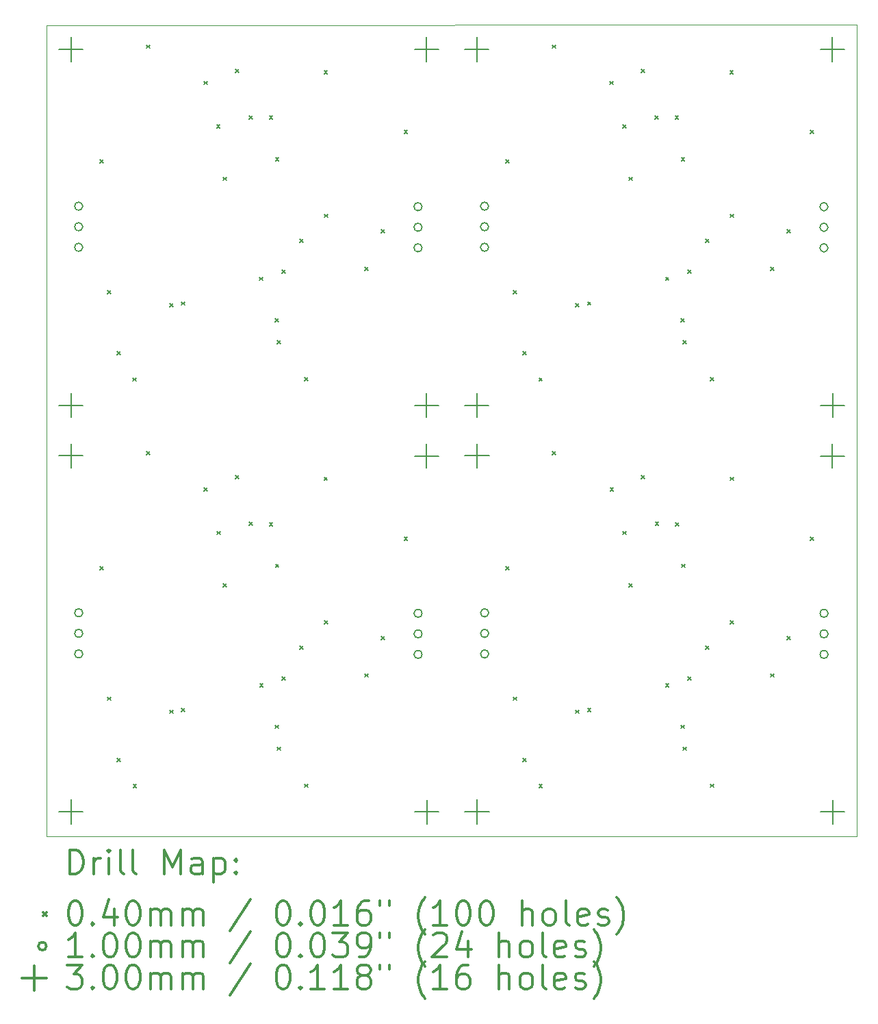
<source format=gbr>
%FSLAX45Y45*%
G04 Gerber Fmt 4.5, Leading zero omitted, Abs format (unit mm)*
G04 Created by KiCad (PCBNEW (5.1.5)-3) date 2019-12-09 10:08:38*
%MOMM*%
%LPD*%
G04 APERTURE LIST*
%TA.AperFunction,Profile*%
%ADD10C,0.100000*%
%TD*%
%ADD11C,0.200000*%
%ADD12C,0.300000*%
G04 APERTURE END LIST*
D10*
X18905000Y-4659000D02*
X18905000Y-14685000D01*
X8885000Y-4660000D02*
X18905000Y-4659000D01*
X8885000Y-14685000D02*
X8885000Y-4660000D01*
X18905000Y-14685000D02*
X8885000Y-14685000D01*
D11*
X9542250Y-6326250D02*
X9582250Y-6366250D01*
X9582250Y-6326250D02*
X9542250Y-6366250D01*
X9543250Y-11352250D02*
X9583250Y-11392250D01*
X9583250Y-11352250D02*
X9543250Y-11392250D01*
X9637000Y-7941000D02*
X9677000Y-7981000D01*
X9677000Y-7941000D02*
X9637000Y-7981000D01*
X9638000Y-12967000D02*
X9678000Y-13007000D01*
X9678000Y-12967000D02*
X9638000Y-13007000D01*
X9756000Y-8698000D02*
X9796000Y-8738000D01*
X9796000Y-8698000D02*
X9756000Y-8738000D01*
X9757000Y-13724000D02*
X9797000Y-13764000D01*
X9797000Y-13724000D02*
X9757000Y-13764000D01*
X9953000Y-9021000D02*
X9993000Y-9061000D01*
X9993000Y-9021000D02*
X9953000Y-9061000D01*
X9954000Y-14047000D02*
X9994000Y-14087000D01*
X9994000Y-14047000D02*
X9954000Y-14087000D01*
X10117000Y-4907000D02*
X10157000Y-4947000D01*
X10157000Y-4907000D02*
X10117000Y-4947000D01*
X10118000Y-9933000D02*
X10158000Y-9973000D01*
X10158000Y-9933000D02*
X10118000Y-9973000D01*
X10405000Y-8101000D02*
X10445000Y-8141000D01*
X10445000Y-8101000D02*
X10405000Y-8141000D01*
X10406000Y-13127000D02*
X10446000Y-13167000D01*
X10446000Y-13127000D02*
X10406000Y-13167000D01*
X10553000Y-8081000D02*
X10593000Y-8121000D01*
X10593000Y-8081000D02*
X10553000Y-8121000D01*
X10554000Y-13107000D02*
X10594000Y-13147000D01*
X10594000Y-13107000D02*
X10554000Y-13147000D01*
X10832250Y-5354750D02*
X10872250Y-5394750D01*
X10872250Y-5354750D02*
X10832250Y-5394750D01*
X10833250Y-10380750D02*
X10873250Y-10420750D01*
X10873250Y-10380750D02*
X10833250Y-10420750D01*
X10987500Y-5891500D02*
X11027500Y-5931500D01*
X11027500Y-5891500D02*
X10987500Y-5931500D01*
X10988500Y-10917500D02*
X11028500Y-10957500D01*
X11028500Y-10917500D02*
X10988500Y-10957500D01*
X11068000Y-6541000D02*
X11108000Y-6581000D01*
X11108000Y-6541000D02*
X11068000Y-6581000D01*
X11069000Y-11567000D02*
X11109000Y-11607000D01*
X11109000Y-11567000D02*
X11069000Y-11607000D01*
X11219000Y-5204000D02*
X11259000Y-5244000D01*
X11259000Y-5204000D02*
X11219000Y-5244000D01*
X11220000Y-10230000D02*
X11260000Y-10270000D01*
X11260000Y-10230000D02*
X11220000Y-10270000D01*
X11391000Y-5780000D02*
X11431000Y-5820000D01*
X11431000Y-5780000D02*
X11391000Y-5820000D01*
X11392000Y-10806000D02*
X11432000Y-10846000D01*
X11432000Y-10806000D02*
X11392000Y-10846000D01*
X11519000Y-7776000D02*
X11559000Y-7816000D01*
X11559000Y-7776000D02*
X11519000Y-7816000D01*
X11520000Y-12802000D02*
X11560000Y-12842000D01*
X11560000Y-12802000D02*
X11520000Y-12842000D01*
X11639000Y-5783000D02*
X11679000Y-5823000D01*
X11679000Y-5783000D02*
X11639000Y-5823000D01*
X11640000Y-10809000D02*
X11680000Y-10849000D01*
X11680000Y-10809000D02*
X11640000Y-10849000D01*
X11710000Y-8289000D02*
X11750000Y-8329000D01*
X11750000Y-8289000D02*
X11710000Y-8329000D01*
X11711000Y-13315000D02*
X11751000Y-13355000D01*
X11751000Y-13315000D02*
X11711000Y-13355000D01*
X11715000Y-6298000D02*
X11755000Y-6338000D01*
X11755000Y-6298000D02*
X11715000Y-6338000D01*
X11716000Y-11324000D02*
X11756000Y-11364000D01*
X11756000Y-11324000D02*
X11716000Y-11364000D01*
X11737000Y-8559000D02*
X11777000Y-8599000D01*
X11777000Y-8559000D02*
X11737000Y-8599000D01*
X11738000Y-13585000D02*
X11778000Y-13625000D01*
X11778000Y-13585000D02*
X11738000Y-13625000D01*
X11796000Y-7690000D02*
X11836000Y-7730000D01*
X11836000Y-7690000D02*
X11796000Y-7730000D01*
X11797000Y-12716000D02*
X11837000Y-12756000D01*
X11837000Y-12716000D02*
X11797000Y-12756000D01*
X12016000Y-7307000D02*
X12056000Y-7347000D01*
X12056000Y-7307000D02*
X12016000Y-7347000D01*
X12017000Y-12333000D02*
X12057000Y-12373000D01*
X12057000Y-12333000D02*
X12017000Y-12373000D01*
X12073000Y-9015000D02*
X12113000Y-9055000D01*
X12113000Y-9015000D02*
X12073000Y-9055000D01*
X12074000Y-14041000D02*
X12114000Y-14081000D01*
X12114000Y-14041000D02*
X12074000Y-14081000D01*
X12316000Y-5224000D02*
X12356000Y-5264000D01*
X12356000Y-5224000D02*
X12316000Y-5264000D01*
X12317000Y-10250000D02*
X12357000Y-10290000D01*
X12357000Y-10250000D02*
X12317000Y-10290000D01*
X12319000Y-6998000D02*
X12359000Y-7038000D01*
X12359000Y-6998000D02*
X12319000Y-7038000D01*
X12320000Y-12024000D02*
X12360000Y-12064000D01*
X12360000Y-12024000D02*
X12320000Y-12064000D01*
X12818000Y-7654000D02*
X12858000Y-7694000D01*
X12858000Y-7654000D02*
X12818000Y-7694000D01*
X12819000Y-12680000D02*
X12859000Y-12720000D01*
X12859000Y-12680000D02*
X12819000Y-12720000D01*
X13021000Y-7191000D02*
X13061000Y-7231000D01*
X13061000Y-7191000D02*
X13021000Y-7231000D01*
X13022000Y-12217000D02*
X13062000Y-12257000D01*
X13062000Y-12217000D02*
X13022000Y-12257000D01*
X13307000Y-5962000D02*
X13347000Y-6002000D01*
X13347000Y-5962000D02*
X13307000Y-6002000D01*
X13308000Y-10988000D02*
X13348000Y-11028000D01*
X13348000Y-10988000D02*
X13308000Y-11028000D01*
X14564250Y-6326250D02*
X14604250Y-6366250D01*
X14604250Y-6326250D02*
X14564250Y-6366250D01*
X14565250Y-11352250D02*
X14605250Y-11392250D01*
X14605250Y-11352250D02*
X14565250Y-11392250D01*
X14659000Y-7941000D02*
X14699000Y-7981000D01*
X14699000Y-7941000D02*
X14659000Y-7981000D01*
X14660000Y-12967000D02*
X14700000Y-13007000D01*
X14700000Y-12967000D02*
X14660000Y-13007000D01*
X14778000Y-8698000D02*
X14818000Y-8738000D01*
X14818000Y-8698000D02*
X14778000Y-8738000D01*
X14779000Y-13724000D02*
X14819000Y-13764000D01*
X14819000Y-13724000D02*
X14779000Y-13764000D01*
X14975000Y-9021000D02*
X15015000Y-9061000D01*
X15015000Y-9021000D02*
X14975000Y-9061000D01*
X14976000Y-14047000D02*
X15016000Y-14087000D01*
X15016000Y-14047000D02*
X14976000Y-14087000D01*
X15139000Y-4907000D02*
X15179000Y-4947000D01*
X15179000Y-4907000D02*
X15139000Y-4947000D01*
X15140000Y-9933000D02*
X15180000Y-9973000D01*
X15180000Y-9933000D02*
X15140000Y-9973000D01*
X15427000Y-8101000D02*
X15467000Y-8141000D01*
X15467000Y-8101000D02*
X15427000Y-8141000D01*
X15428000Y-13127000D02*
X15468000Y-13167000D01*
X15468000Y-13127000D02*
X15428000Y-13167000D01*
X15575000Y-8081000D02*
X15615000Y-8121000D01*
X15615000Y-8081000D02*
X15575000Y-8121000D01*
X15576000Y-13107000D02*
X15616000Y-13147000D01*
X15616000Y-13107000D02*
X15576000Y-13147000D01*
X15854250Y-5354750D02*
X15894250Y-5394750D01*
X15894250Y-5354750D02*
X15854250Y-5394750D01*
X15855250Y-10380750D02*
X15895250Y-10420750D01*
X15895250Y-10380750D02*
X15855250Y-10420750D01*
X16009500Y-5891500D02*
X16049500Y-5931500D01*
X16049500Y-5891500D02*
X16009500Y-5931500D01*
X16010500Y-10917500D02*
X16050500Y-10957500D01*
X16050500Y-10917500D02*
X16010500Y-10957500D01*
X16090000Y-6541000D02*
X16130000Y-6581000D01*
X16130000Y-6541000D02*
X16090000Y-6581000D01*
X16091000Y-11567000D02*
X16131000Y-11607000D01*
X16131000Y-11567000D02*
X16091000Y-11607000D01*
X16241000Y-5204000D02*
X16281000Y-5244000D01*
X16281000Y-5204000D02*
X16241000Y-5244000D01*
X16242000Y-10230000D02*
X16282000Y-10270000D01*
X16282000Y-10230000D02*
X16242000Y-10270000D01*
X16413000Y-5780000D02*
X16453000Y-5820000D01*
X16453000Y-5780000D02*
X16413000Y-5820000D01*
X16414000Y-10806000D02*
X16454000Y-10846000D01*
X16454000Y-10806000D02*
X16414000Y-10846000D01*
X16541000Y-7776000D02*
X16581000Y-7816000D01*
X16581000Y-7776000D02*
X16541000Y-7816000D01*
X16542000Y-12802000D02*
X16582000Y-12842000D01*
X16582000Y-12802000D02*
X16542000Y-12842000D01*
X16661000Y-5783000D02*
X16701000Y-5823000D01*
X16701000Y-5783000D02*
X16661000Y-5823000D01*
X16662000Y-10809000D02*
X16702000Y-10849000D01*
X16702000Y-10809000D02*
X16662000Y-10849000D01*
X16732000Y-8289000D02*
X16772000Y-8329000D01*
X16772000Y-8289000D02*
X16732000Y-8329000D01*
X16733000Y-13315000D02*
X16773000Y-13355000D01*
X16773000Y-13315000D02*
X16733000Y-13355000D01*
X16737000Y-6298000D02*
X16777000Y-6338000D01*
X16777000Y-6298000D02*
X16737000Y-6338000D01*
X16738000Y-11324000D02*
X16778000Y-11364000D01*
X16778000Y-11324000D02*
X16738000Y-11364000D01*
X16759000Y-8559000D02*
X16799000Y-8599000D01*
X16799000Y-8559000D02*
X16759000Y-8599000D01*
X16760000Y-13585000D02*
X16800000Y-13625000D01*
X16800000Y-13585000D02*
X16760000Y-13625000D01*
X16818000Y-7690000D02*
X16858000Y-7730000D01*
X16858000Y-7690000D02*
X16818000Y-7730000D01*
X16819000Y-12716000D02*
X16859000Y-12756000D01*
X16859000Y-12716000D02*
X16819000Y-12756000D01*
X17038000Y-7307000D02*
X17078000Y-7347000D01*
X17078000Y-7307000D02*
X17038000Y-7347000D01*
X17039000Y-12333000D02*
X17079000Y-12373000D01*
X17079000Y-12333000D02*
X17039000Y-12373000D01*
X17095000Y-9015000D02*
X17135000Y-9055000D01*
X17135000Y-9015000D02*
X17095000Y-9055000D01*
X17096000Y-14041000D02*
X17136000Y-14081000D01*
X17136000Y-14041000D02*
X17096000Y-14081000D01*
X17338000Y-5224000D02*
X17378000Y-5264000D01*
X17378000Y-5224000D02*
X17338000Y-5264000D01*
X17339000Y-10250000D02*
X17379000Y-10290000D01*
X17379000Y-10250000D02*
X17339000Y-10290000D01*
X17341000Y-6998000D02*
X17381000Y-7038000D01*
X17381000Y-6998000D02*
X17341000Y-7038000D01*
X17342000Y-12024000D02*
X17382000Y-12064000D01*
X17382000Y-12024000D02*
X17342000Y-12064000D01*
X17840000Y-7654000D02*
X17880000Y-7694000D01*
X17880000Y-7654000D02*
X17840000Y-7694000D01*
X17841000Y-12680000D02*
X17881000Y-12720000D01*
X17881000Y-12680000D02*
X17841000Y-12720000D01*
X18043000Y-7191000D02*
X18083000Y-7231000D01*
X18083000Y-7191000D02*
X18043000Y-7231000D01*
X18044000Y-12217000D02*
X18084000Y-12257000D01*
X18084000Y-12217000D02*
X18044000Y-12257000D01*
X18329000Y-5962000D02*
X18369000Y-6002000D01*
X18369000Y-5962000D02*
X18329000Y-6002000D01*
X18330000Y-10988000D02*
X18370000Y-11028000D01*
X18370000Y-10988000D02*
X18330000Y-11028000D01*
X18550000Y-6906000D02*
G75*
G03X18550000Y-6906000I-50000J0D01*
G01*
X18550000Y-7160000D02*
G75*
G03X18550000Y-7160000I-50000J0D01*
G01*
X18550000Y-7414000D02*
G75*
G03X18550000Y-7414000I-50000J0D01*
G01*
X9329000Y-6900000D02*
G75*
G03X9329000Y-6900000I-50000J0D01*
G01*
X9329000Y-7154000D02*
G75*
G03X9329000Y-7154000I-50000J0D01*
G01*
X9329000Y-7408000D02*
G75*
G03X9329000Y-7408000I-50000J0D01*
G01*
X18551000Y-11932000D02*
G75*
G03X18551000Y-11932000I-50000J0D01*
G01*
X18551000Y-12186000D02*
G75*
G03X18551000Y-12186000I-50000J0D01*
G01*
X18551000Y-12440000D02*
G75*
G03X18551000Y-12440000I-50000J0D01*
G01*
X9330000Y-11926000D02*
G75*
G03X9330000Y-11926000I-50000J0D01*
G01*
X9330000Y-12180000D02*
G75*
G03X9330000Y-12180000I-50000J0D01*
G01*
X9330000Y-12434000D02*
G75*
G03X9330000Y-12434000I-50000J0D01*
G01*
X13529000Y-11932000D02*
G75*
G03X13529000Y-11932000I-50000J0D01*
G01*
X13529000Y-12186000D02*
G75*
G03X13529000Y-12186000I-50000J0D01*
G01*
X13529000Y-12440000D02*
G75*
G03X13529000Y-12440000I-50000J0D01*
G01*
X13528000Y-6906000D02*
G75*
G03X13528000Y-6906000I-50000J0D01*
G01*
X13528000Y-7160000D02*
G75*
G03X13528000Y-7160000I-50000J0D01*
G01*
X13528000Y-7414000D02*
G75*
G03X13528000Y-7414000I-50000J0D01*
G01*
X14352000Y-11926000D02*
G75*
G03X14352000Y-11926000I-50000J0D01*
G01*
X14352000Y-12180000D02*
G75*
G03X14352000Y-12180000I-50000J0D01*
G01*
X14352000Y-12434000D02*
G75*
G03X14352000Y-12434000I-50000J0D01*
G01*
X14351000Y-6900000D02*
G75*
G03X14351000Y-6900000I-50000J0D01*
G01*
X14351000Y-7154000D02*
G75*
G03X14351000Y-7154000I-50000J0D01*
G01*
X14351000Y-7408000D02*
G75*
G03X14351000Y-7408000I-50000J0D01*
G01*
X9183000Y-4809000D02*
X9183000Y-5109000D01*
X9033000Y-4959000D02*
X9333000Y-4959000D01*
X9183000Y-9209000D02*
X9183000Y-9509000D01*
X9033000Y-9359000D02*
X9333000Y-9359000D01*
X9184000Y-9835000D02*
X9184000Y-10135000D01*
X9034000Y-9985000D02*
X9334000Y-9985000D01*
X9184000Y-14235000D02*
X9184000Y-14535000D01*
X9034000Y-14385000D02*
X9334000Y-14385000D01*
X13583000Y-4810000D02*
X13583000Y-5110000D01*
X13433000Y-4960000D02*
X13733000Y-4960000D01*
X13584000Y-9836000D02*
X13584000Y-10136000D01*
X13434000Y-9986000D02*
X13734000Y-9986000D01*
X13585000Y-9210000D02*
X13585000Y-9510000D01*
X13435000Y-9360000D02*
X13735000Y-9360000D01*
X13586000Y-14236000D02*
X13586000Y-14536000D01*
X13436000Y-14386000D02*
X13736000Y-14386000D01*
X14205000Y-4809000D02*
X14205000Y-5109000D01*
X14055000Y-4959000D02*
X14355000Y-4959000D01*
X14205000Y-9209000D02*
X14205000Y-9509000D01*
X14055000Y-9359000D02*
X14355000Y-9359000D01*
X14206000Y-9835000D02*
X14206000Y-10135000D01*
X14056000Y-9985000D02*
X14356000Y-9985000D01*
X14206000Y-14235000D02*
X14206000Y-14535000D01*
X14056000Y-14385000D02*
X14356000Y-14385000D01*
X18605000Y-4810000D02*
X18605000Y-5110000D01*
X18455000Y-4960000D02*
X18755000Y-4960000D01*
X18606000Y-9836000D02*
X18606000Y-10136000D01*
X18456000Y-9986000D02*
X18756000Y-9986000D01*
X18607000Y-9210000D02*
X18607000Y-9510000D01*
X18457000Y-9360000D02*
X18757000Y-9360000D01*
X18608000Y-14236000D02*
X18608000Y-14536000D01*
X18458000Y-14386000D02*
X18758000Y-14386000D01*
D12*
X9166428Y-15155714D02*
X9166428Y-14855714D01*
X9237857Y-14855714D01*
X9280714Y-14870000D01*
X9309286Y-14898571D01*
X9323571Y-14927143D01*
X9337857Y-14984286D01*
X9337857Y-15027143D01*
X9323571Y-15084286D01*
X9309286Y-15112857D01*
X9280714Y-15141429D01*
X9237857Y-15155714D01*
X9166428Y-15155714D01*
X9466428Y-15155714D02*
X9466428Y-14955714D01*
X9466428Y-15012857D02*
X9480714Y-14984286D01*
X9495000Y-14970000D01*
X9523571Y-14955714D01*
X9552143Y-14955714D01*
X9652143Y-15155714D02*
X9652143Y-14955714D01*
X9652143Y-14855714D02*
X9637857Y-14870000D01*
X9652143Y-14884286D01*
X9666428Y-14870000D01*
X9652143Y-14855714D01*
X9652143Y-14884286D01*
X9837857Y-15155714D02*
X9809286Y-15141429D01*
X9795000Y-15112857D01*
X9795000Y-14855714D01*
X9995000Y-15155714D02*
X9966428Y-15141429D01*
X9952143Y-15112857D01*
X9952143Y-14855714D01*
X10337857Y-15155714D02*
X10337857Y-14855714D01*
X10437857Y-15070000D01*
X10537857Y-14855714D01*
X10537857Y-15155714D01*
X10809286Y-15155714D02*
X10809286Y-14998571D01*
X10795000Y-14970000D01*
X10766428Y-14955714D01*
X10709286Y-14955714D01*
X10680714Y-14970000D01*
X10809286Y-15141429D02*
X10780714Y-15155714D01*
X10709286Y-15155714D01*
X10680714Y-15141429D01*
X10666428Y-15112857D01*
X10666428Y-15084286D01*
X10680714Y-15055714D01*
X10709286Y-15041429D01*
X10780714Y-15041429D01*
X10809286Y-15027143D01*
X10952143Y-14955714D02*
X10952143Y-15255714D01*
X10952143Y-14970000D02*
X10980714Y-14955714D01*
X11037857Y-14955714D01*
X11066428Y-14970000D01*
X11080714Y-14984286D01*
X11095000Y-15012857D01*
X11095000Y-15098571D01*
X11080714Y-15127143D01*
X11066428Y-15141429D01*
X11037857Y-15155714D01*
X10980714Y-15155714D01*
X10952143Y-15141429D01*
X11223571Y-15127143D02*
X11237857Y-15141429D01*
X11223571Y-15155714D01*
X11209286Y-15141429D01*
X11223571Y-15127143D01*
X11223571Y-15155714D01*
X11223571Y-14970000D02*
X11237857Y-14984286D01*
X11223571Y-14998571D01*
X11209286Y-14984286D01*
X11223571Y-14970000D01*
X11223571Y-14998571D01*
X8840000Y-15630000D02*
X8880000Y-15670000D01*
X8880000Y-15630000D02*
X8840000Y-15670000D01*
X9223571Y-15485714D02*
X9252143Y-15485714D01*
X9280714Y-15500000D01*
X9295000Y-15514286D01*
X9309286Y-15542857D01*
X9323571Y-15600000D01*
X9323571Y-15671429D01*
X9309286Y-15728571D01*
X9295000Y-15757143D01*
X9280714Y-15771429D01*
X9252143Y-15785714D01*
X9223571Y-15785714D01*
X9195000Y-15771429D01*
X9180714Y-15757143D01*
X9166428Y-15728571D01*
X9152143Y-15671429D01*
X9152143Y-15600000D01*
X9166428Y-15542857D01*
X9180714Y-15514286D01*
X9195000Y-15500000D01*
X9223571Y-15485714D01*
X9452143Y-15757143D02*
X9466428Y-15771429D01*
X9452143Y-15785714D01*
X9437857Y-15771429D01*
X9452143Y-15757143D01*
X9452143Y-15785714D01*
X9723571Y-15585714D02*
X9723571Y-15785714D01*
X9652143Y-15471429D02*
X9580714Y-15685714D01*
X9766428Y-15685714D01*
X9937857Y-15485714D02*
X9966428Y-15485714D01*
X9995000Y-15500000D01*
X10009286Y-15514286D01*
X10023571Y-15542857D01*
X10037857Y-15600000D01*
X10037857Y-15671429D01*
X10023571Y-15728571D01*
X10009286Y-15757143D01*
X9995000Y-15771429D01*
X9966428Y-15785714D01*
X9937857Y-15785714D01*
X9909286Y-15771429D01*
X9895000Y-15757143D01*
X9880714Y-15728571D01*
X9866428Y-15671429D01*
X9866428Y-15600000D01*
X9880714Y-15542857D01*
X9895000Y-15514286D01*
X9909286Y-15500000D01*
X9937857Y-15485714D01*
X10166428Y-15785714D02*
X10166428Y-15585714D01*
X10166428Y-15614286D02*
X10180714Y-15600000D01*
X10209286Y-15585714D01*
X10252143Y-15585714D01*
X10280714Y-15600000D01*
X10295000Y-15628571D01*
X10295000Y-15785714D01*
X10295000Y-15628571D02*
X10309286Y-15600000D01*
X10337857Y-15585714D01*
X10380714Y-15585714D01*
X10409286Y-15600000D01*
X10423571Y-15628571D01*
X10423571Y-15785714D01*
X10566428Y-15785714D02*
X10566428Y-15585714D01*
X10566428Y-15614286D02*
X10580714Y-15600000D01*
X10609286Y-15585714D01*
X10652143Y-15585714D01*
X10680714Y-15600000D01*
X10695000Y-15628571D01*
X10695000Y-15785714D01*
X10695000Y-15628571D02*
X10709286Y-15600000D01*
X10737857Y-15585714D01*
X10780714Y-15585714D01*
X10809286Y-15600000D01*
X10823571Y-15628571D01*
X10823571Y-15785714D01*
X11409286Y-15471429D02*
X11152143Y-15857143D01*
X11795000Y-15485714D02*
X11823571Y-15485714D01*
X11852143Y-15500000D01*
X11866428Y-15514286D01*
X11880714Y-15542857D01*
X11895000Y-15600000D01*
X11895000Y-15671429D01*
X11880714Y-15728571D01*
X11866428Y-15757143D01*
X11852143Y-15771429D01*
X11823571Y-15785714D01*
X11795000Y-15785714D01*
X11766428Y-15771429D01*
X11752143Y-15757143D01*
X11737857Y-15728571D01*
X11723571Y-15671429D01*
X11723571Y-15600000D01*
X11737857Y-15542857D01*
X11752143Y-15514286D01*
X11766428Y-15500000D01*
X11795000Y-15485714D01*
X12023571Y-15757143D02*
X12037857Y-15771429D01*
X12023571Y-15785714D01*
X12009286Y-15771429D01*
X12023571Y-15757143D01*
X12023571Y-15785714D01*
X12223571Y-15485714D02*
X12252143Y-15485714D01*
X12280714Y-15500000D01*
X12295000Y-15514286D01*
X12309286Y-15542857D01*
X12323571Y-15600000D01*
X12323571Y-15671429D01*
X12309286Y-15728571D01*
X12295000Y-15757143D01*
X12280714Y-15771429D01*
X12252143Y-15785714D01*
X12223571Y-15785714D01*
X12195000Y-15771429D01*
X12180714Y-15757143D01*
X12166428Y-15728571D01*
X12152143Y-15671429D01*
X12152143Y-15600000D01*
X12166428Y-15542857D01*
X12180714Y-15514286D01*
X12195000Y-15500000D01*
X12223571Y-15485714D01*
X12609286Y-15785714D02*
X12437857Y-15785714D01*
X12523571Y-15785714D02*
X12523571Y-15485714D01*
X12495000Y-15528571D01*
X12466428Y-15557143D01*
X12437857Y-15571429D01*
X12866428Y-15485714D02*
X12809286Y-15485714D01*
X12780714Y-15500000D01*
X12766428Y-15514286D01*
X12737857Y-15557143D01*
X12723571Y-15614286D01*
X12723571Y-15728571D01*
X12737857Y-15757143D01*
X12752143Y-15771429D01*
X12780714Y-15785714D01*
X12837857Y-15785714D01*
X12866428Y-15771429D01*
X12880714Y-15757143D01*
X12895000Y-15728571D01*
X12895000Y-15657143D01*
X12880714Y-15628571D01*
X12866428Y-15614286D01*
X12837857Y-15600000D01*
X12780714Y-15600000D01*
X12752143Y-15614286D01*
X12737857Y-15628571D01*
X12723571Y-15657143D01*
X13009286Y-15485714D02*
X13009286Y-15542857D01*
X13123571Y-15485714D02*
X13123571Y-15542857D01*
X13566428Y-15900000D02*
X13552143Y-15885714D01*
X13523571Y-15842857D01*
X13509286Y-15814286D01*
X13495000Y-15771429D01*
X13480714Y-15700000D01*
X13480714Y-15642857D01*
X13495000Y-15571429D01*
X13509286Y-15528571D01*
X13523571Y-15500000D01*
X13552143Y-15457143D01*
X13566428Y-15442857D01*
X13837857Y-15785714D02*
X13666428Y-15785714D01*
X13752143Y-15785714D02*
X13752143Y-15485714D01*
X13723571Y-15528571D01*
X13695000Y-15557143D01*
X13666428Y-15571429D01*
X14023571Y-15485714D02*
X14052143Y-15485714D01*
X14080714Y-15500000D01*
X14095000Y-15514286D01*
X14109286Y-15542857D01*
X14123571Y-15600000D01*
X14123571Y-15671429D01*
X14109286Y-15728571D01*
X14095000Y-15757143D01*
X14080714Y-15771429D01*
X14052143Y-15785714D01*
X14023571Y-15785714D01*
X13995000Y-15771429D01*
X13980714Y-15757143D01*
X13966428Y-15728571D01*
X13952143Y-15671429D01*
X13952143Y-15600000D01*
X13966428Y-15542857D01*
X13980714Y-15514286D01*
X13995000Y-15500000D01*
X14023571Y-15485714D01*
X14309286Y-15485714D02*
X14337857Y-15485714D01*
X14366428Y-15500000D01*
X14380714Y-15514286D01*
X14395000Y-15542857D01*
X14409286Y-15600000D01*
X14409286Y-15671429D01*
X14395000Y-15728571D01*
X14380714Y-15757143D01*
X14366428Y-15771429D01*
X14337857Y-15785714D01*
X14309286Y-15785714D01*
X14280714Y-15771429D01*
X14266428Y-15757143D01*
X14252143Y-15728571D01*
X14237857Y-15671429D01*
X14237857Y-15600000D01*
X14252143Y-15542857D01*
X14266428Y-15514286D01*
X14280714Y-15500000D01*
X14309286Y-15485714D01*
X14766428Y-15785714D02*
X14766428Y-15485714D01*
X14895000Y-15785714D02*
X14895000Y-15628571D01*
X14880714Y-15600000D01*
X14852143Y-15585714D01*
X14809286Y-15585714D01*
X14780714Y-15600000D01*
X14766428Y-15614286D01*
X15080714Y-15785714D02*
X15052143Y-15771429D01*
X15037857Y-15757143D01*
X15023571Y-15728571D01*
X15023571Y-15642857D01*
X15037857Y-15614286D01*
X15052143Y-15600000D01*
X15080714Y-15585714D01*
X15123571Y-15585714D01*
X15152143Y-15600000D01*
X15166428Y-15614286D01*
X15180714Y-15642857D01*
X15180714Y-15728571D01*
X15166428Y-15757143D01*
X15152143Y-15771429D01*
X15123571Y-15785714D01*
X15080714Y-15785714D01*
X15352143Y-15785714D02*
X15323571Y-15771429D01*
X15309286Y-15742857D01*
X15309286Y-15485714D01*
X15580714Y-15771429D02*
X15552143Y-15785714D01*
X15495000Y-15785714D01*
X15466428Y-15771429D01*
X15452143Y-15742857D01*
X15452143Y-15628571D01*
X15466428Y-15600000D01*
X15495000Y-15585714D01*
X15552143Y-15585714D01*
X15580714Y-15600000D01*
X15595000Y-15628571D01*
X15595000Y-15657143D01*
X15452143Y-15685714D01*
X15709286Y-15771429D02*
X15737857Y-15785714D01*
X15795000Y-15785714D01*
X15823571Y-15771429D01*
X15837857Y-15742857D01*
X15837857Y-15728571D01*
X15823571Y-15700000D01*
X15795000Y-15685714D01*
X15752143Y-15685714D01*
X15723571Y-15671429D01*
X15709286Y-15642857D01*
X15709286Y-15628571D01*
X15723571Y-15600000D01*
X15752143Y-15585714D01*
X15795000Y-15585714D01*
X15823571Y-15600000D01*
X15937857Y-15900000D02*
X15952143Y-15885714D01*
X15980714Y-15842857D01*
X15995000Y-15814286D01*
X16009286Y-15771429D01*
X16023571Y-15700000D01*
X16023571Y-15642857D01*
X16009286Y-15571429D01*
X15995000Y-15528571D01*
X15980714Y-15500000D01*
X15952143Y-15457143D01*
X15937857Y-15442857D01*
X8880000Y-16046000D02*
G75*
G03X8880000Y-16046000I-50000J0D01*
G01*
X9323571Y-16181714D02*
X9152143Y-16181714D01*
X9237857Y-16181714D02*
X9237857Y-15881714D01*
X9209286Y-15924571D01*
X9180714Y-15953143D01*
X9152143Y-15967429D01*
X9452143Y-16153143D02*
X9466428Y-16167429D01*
X9452143Y-16181714D01*
X9437857Y-16167429D01*
X9452143Y-16153143D01*
X9452143Y-16181714D01*
X9652143Y-15881714D02*
X9680714Y-15881714D01*
X9709286Y-15896000D01*
X9723571Y-15910286D01*
X9737857Y-15938857D01*
X9752143Y-15996000D01*
X9752143Y-16067429D01*
X9737857Y-16124571D01*
X9723571Y-16153143D01*
X9709286Y-16167429D01*
X9680714Y-16181714D01*
X9652143Y-16181714D01*
X9623571Y-16167429D01*
X9609286Y-16153143D01*
X9595000Y-16124571D01*
X9580714Y-16067429D01*
X9580714Y-15996000D01*
X9595000Y-15938857D01*
X9609286Y-15910286D01*
X9623571Y-15896000D01*
X9652143Y-15881714D01*
X9937857Y-15881714D02*
X9966428Y-15881714D01*
X9995000Y-15896000D01*
X10009286Y-15910286D01*
X10023571Y-15938857D01*
X10037857Y-15996000D01*
X10037857Y-16067429D01*
X10023571Y-16124571D01*
X10009286Y-16153143D01*
X9995000Y-16167429D01*
X9966428Y-16181714D01*
X9937857Y-16181714D01*
X9909286Y-16167429D01*
X9895000Y-16153143D01*
X9880714Y-16124571D01*
X9866428Y-16067429D01*
X9866428Y-15996000D01*
X9880714Y-15938857D01*
X9895000Y-15910286D01*
X9909286Y-15896000D01*
X9937857Y-15881714D01*
X10166428Y-16181714D02*
X10166428Y-15981714D01*
X10166428Y-16010286D02*
X10180714Y-15996000D01*
X10209286Y-15981714D01*
X10252143Y-15981714D01*
X10280714Y-15996000D01*
X10295000Y-16024571D01*
X10295000Y-16181714D01*
X10295000Y-16024571D02*
X10309286Y-15996000D01*
X10337857Y-15981714D01*
X10380714Y-15981714D01*
X10409286Y-15996000D01*
X10423571Y-16024571D01*
X10423571Y-16181714D01*
X10566428Y-16181714D02*
X10566428Y-15981714D01*
X10566428Y-16010286D02*
X10580714Y-15996000D01*
X10609286Y-15981714D01*
X10652143Y-15981714D01*
X10680714Y-15996000D01*
X10695000Y-16024571D01*
X10695000Y-16181714D01*
X10695000Y-16024571D02*
X10709286Y-15996000D01*
X10737857Y-15981714D01*
X10780714Y-15981714D01*
X10809286Y-15996000D01*
X10823571Y-16024571D01*
X10823571Y-16181714D01*
X11409286Y-15867429D02*
X11152143Y-16253143D01*
X11795000Y-15881714D02*
X11823571Y-15881714D01*
X11852143Y-15896000D01*
X11866428Y-15910286D01*
X11880714Y-15938857D01*
X11895000Y-15996000D01*
X11895000Y-16067429D01*
X11880714Y-16124571D01*
X11866428Y-16153143D01*
X11852143Y-16167429D01*
X11823571Y-16181714D01*
X11795000Y-16181714D01*
X11766428Y-16167429D01*
X11752143Y-16153143D01*
X11737857Y-16124571D01*
X11723571Y-16067429D01*
X11723571Y-15996000D01*
X11737857Y-15938857D01*
X11752143Y-15910286D01*
X11766428Y-15896000D01*
X11795000Y-15881714D01*
X12023571Y-16153143D02*
X12037857Y-16167429D01*
X12023571Y-16181714D01*
X12009286Y-16167429D01*
X12023571Y-16153143D01*
X12023571Y-16181714D01*
X12223571Y-15881714D02*
X12252143Y-15881714D01*
X12280714Y-15896000D01*
X12295000Y-15910286D01*
X12309286Y-15938857D01*
X12323571Y-15996000D01*
X12323571Y-16067429D01*
X12309286Y-16124571D01*
X12295000Y-16153143D01*
X12280714Y-16167429D01*
X12252143Y-16181714D01*
X12223571Y-16181714D01*
X12195000Y-16167429D01*
X12180714Y-16153143D01*
X12166428Y-16124571D01*
X12152143Y-16067429D01*
X12152143Y-15996000D01*
X12166428Y-15938857D01*
X12180714Y-15910286D01*
X12195000Y-15896000D01*
X12223571Y-15881714D01*
X12423571Y-15881714D02*
X12609286Y-15881714D01*
X12509286Y-15996000D01*
X12552143Y-15996000D01*
X12580714Y-16010286D01*
X12595000Y-16024571D01*
X12609286Y-16053143D01*
X12609286Y-16124571D01*
X12595000Y-16153143D01*
X12580714Y-16167429D01*
X12552143Y-16181714D01*
X12466428Y-16181714D01*
X12437857Y-16167429D01*
X12423571Y-16153143D01*
X12752143Y-16181714D02*
X12809286Y-16181714D01*
X12837857Y-16167429D01*
X12852143Y-16153143D01*
X12880714Y-16110286D01*
X12895000Y-16053143D01*
X12895000Y-15938857D01*
X12880714Y-15910286D01*
X12866428Y-15896000D01*
X12837857Y-15881714D01*
X12780714Y-15881714D01*
X12752143Y-15896000D01*
X12737857Y-15910286D01*
X12723571Y-15938857D01*
X12723571Y-16010286D01*
X12737857Y-16038857D01*
X12752143Y-16053143D01*
X12780714Y-16067429D01*
X12837857Y-16067429D01*
X12866428Y-16053143D01*
X12880714Y-16038857D01*
X12895000Y-16010286D01*
X13009286Y-15881714D02*
X13009286Y-15938857D01*
X13123571Y-15881714D02*
X13123571Y-15938857D01*
X13566428Y-16296000D02*
X13552143Y-16281714D01*
X13523571Y-16238857D01*
X13509286Y-16210286D01*
X13495000Y-16167429D01*
X13480714Y-16096000D01*
X13480714Y-16038857D01*
X13495000Y-15967429D01*
X13509286Y-15924571D01*
X13523571Y-15896000D01*
X13552143Y-15853143D01*
X13566428Y-15838857D01*
X13666428Y-15910286D02*
X13680714Y-15896000D01*
X13709286Y-15881714D01*
X13780714Y-15881714D01*
X13809286Y-15896000D01*
X13823571Y-15910286D01*
X13837857Y-15938857D01*
X13837857Y-15967429D01*
X13823571Y-16010286D01*
X13652143Y-16181714D01*
X13837857Y-16181714D01*
X14095000Y-15981714D02*
X14095000Y-16181714D01*
X14023571Y-15867429D02*
X13952143Y-16081714D01*
X14137857Y-16081714D01*
X14480714Y-16181714D02*
X14480714Y-15881714D01*
X14609286Y-16181714D02*
X14609286Y-16024571D01*
X14595000Y-15996000D01*
X14566428Y-15981714D01*
X14523571Y-15981714D01*
X14495000Y-15996000D01*
X14480714Y-16010286D01*
X14795000Y-16181714D02*
X14766428Y-16167429D01*
X14752143Y-16153143D01*
X14737857Y-16124571D01*
X14737857Y-16038857D01*
X14752143Y-16010286D01*
X14766428Y-15996000D01*
X14795000Y-15981714D01*
X14837857Y-15981714D01*
X14866428Y-15996000D01*
X14880714Y-16010286D01*
X14895000Y-16038857D01*
X14895000Y-16124571D01*
X14880714Y-16153143D01*
X14866428Y-16167429D01*
X14837857Y-16181714D01*
X14795000Y-16181714D01*
X15066428Y-16181714D02*
X15037857Y-16167429D01*
X15023571Y-16138857D01*
X15023571Y-15881714D01*
X15295000Y-16167429D02*
X15266428Y-16181714D01*
X15209286Y-16181714D01*
X15180714Y-16167429D01*
X15166428Y-16138857D01*
X15166428Y-16024571D01*
X15180714Y-15996000D01*
X15209286Y-15981714D01*
X15266428Y-15981714D01*
X15295000Y-15996000D01*
X15309286Y-16024571D01*
X15309286Y-16053143D01*
X15166428Y-16081714D01*
X15423571Y-16167429D02*
X15452143Y-16181714D01*
X15509286Y-16181714D01*
X15537857Y-16167429D01*
X15552143Y-16138857D01*
X15552143Y-16124571D01*
X15537857Y-16096000D01*
X15509286Y-16081714D01*
X15466428Y-16081714D01*
X15437857Y-16067429D01*
X15423571Y-16038857D01*
X15423571Y-16024571D01*
X15437857Y-15996000D01*
X15466428Y-15981714D01*
X15509286Y-15981714D01*
X15537857Y-15996000D01*
X15652143Y-16296000D02*
X15666428Y-16281714D01*
X15695000Y-16238857D01*
X15709286Y-16210286D01*
X15723571Y-16167429D01*
X15737857Y-16096000D01*
X15737857Y-16038857D01*
X15723571Y-15967429D01*
X15709286Y-15924571D01*
X15695000Y-15896000D01*
X15666428Y-15853143D01*
X15652143Y-15838857D01*
X8730000Y-16292000D02*
X8730000Y-16592000D01*
X8580000Y-16442000D02*
X8880000Y-16442000D01*
X9137857Y-16277714D02*
X9323571Y-16277714D01*
X9223571Y-16392000D01*
X9266428Y-16392000D01*
X9295000Y-16406286D01*
X9309286Y-16420571D01*
X9323571Y-16449143D01*
X9323571Y-16520571D01*
X9309286Y-16549143D01*
X9295000Y-16563429D01*
X9266428Y-16577714D01*
X9180714Y-16577714D01*
X9152143Y-16563429D01*
X9137857Y-16549143D01*
X9452143Y-16549143D02*
X9466428Y-16563429D01*
X9452143Y-16577714D01*
X9437857Y-16563429D01*
X9452143Y-16549143D01*
X9452143Y-16577714D01*
X9652143Y-16277714D02*
X9680714Y-16277714D01*
X9709286Y-16292000D01*
X9723571Y-16306286D01*
X9737857Y-16334857D01*
X9752143Y-16392000D01*
X9752143Y-16463429D01*
X9737857Y-16520571D01*
X9723571Y-16549143D01*
X9709286Y-16563429D01*
X9680714Y-16577714D01*
X9652143Y-16577714D01*
X9623571Y-16563429D01*
X9609286Y-16549143D01*
X9595000Y-16520571D01*
X9580714Y-16463429D01*
X9580714Y-16392000D01*
X9595000Y-16334857D01*
X9609286Y-16306286D01*
X9623571Y-16292000D01*
X9652143Y-16277714D01*
X9937857Y-16277714D02*
X9966428Y-16277714D01*
X9995000Y-16292000D01*
X10009286Y-16306286D01*
X10023571Y-16334857D01*
X10037857Y-16392000D01*
X10037857Y-16463429D01*
X10023571Y-16520571D01*
X10009286Y-16549143D01*
X9995000Y-16563429D01*
X9966428Y-16577714D01*
X9937857Y-16577714D01*
X9909286Y-16563429D01*
X9895000Y-16549143D01*
X9880714Y-16520571D01*
X9866428Y-16463429D01*
X9866428Y-16392000D01*
X9880714Y-16334857D01*
X9895000Y-16306286D01*
X9909286Y-16292000D01*
X9937857Y-16277714D01*
X10166428Y-16577714D02*
X10166428Y-16377714D01*
X10166428Y-16406286D02*
X10180714Y-16392000D01*
X10209286Y-16377714D01*
X10252143Y-16377714D01*
X10280714Y-16392000D01*
X10295000Y-16420571D01*
X10295000Y-16577714D01*
X10295000Y-16420571D02*
X10309286Y-16392000D01*
X10337857Y-16377714D01*
X10380714Y-16377714D01*
X10409286Y-16392000D01*
X10423571Y-16420571D01*
X10423571Y-16577714D01*
X10566428Y-16577714D02*
X10566428Y-16377714D01*
X10566428Y-16406286D02*
X10580714Y-16392000D01*
X10609286Y-16377714D01*
X10652143Y-16377714D01*
X10680714Y-16392000D01*
X10695000Y-16420571D01*
X10695000Y-16577714D01*
X10695000Y-16420571D02*
X10709286Y-16392000D01*
X10737857Y-16377714D01*
X10780714Y-16377714D01*
X10809286Y-16392000D01*
X10823571Y-16420571D01*
X10823571Y-16577714D01*
X11409286Y-16263429D02*
X11152143Y-16649143D01*
X11795000Y-16277714D02*
X11823571Y-16277714D01*
X11852143Y-16292000D01*
X11866428Y-16306286D01*
X11880714Y-16334857D01*
X11895000Y-16392000D01*
X11895000Y-16463429D01*
X11880714Y-16520571D01*
X11866428Y-16549143D01*
X11852143Y-16563429D01*
X11823571Y-16577714D01*
X11795000Y-16577714D01*
X11766428Y-16563429D01*
X11752143Y-16549143D01*
X11737857Y-16520571D01*
X11723571Y-16463429D01*
X11723571Y-16392000D01*
X11737857Y-16334857D01*
X11752143Y-16306286D01*
X11766428Y-16292000D01*
X11795000Y-16277714D01*
X12023571Y-16549143D02*
X12037857Y-16563429D01*
X12023571Y-16577714D01*
X12009286Y-16563429D01*
X12023571Y-16549143D01*
X12023571Y-16577714D01*
X12323571Y-16577714D02*
X12152143Y-16577714D01*
X12237857Y-16577714D02*
X12237857Y-16277714D01*
X12209286Y-16320571D01*
X12180714Y-16349143D01*
X12152143Y-16363429D01*
X12609286Y-16577714D02*
X12437857Y-16577714D01*
X12523571Y-16577714D02*
X12523571Y-16277714D01*
X12495000Y-16320571D01*
X12466428Y-16349143D01*
X12437857Y-16363429D01*
X12780714Y-16406286D02*
X12752143Y-16392000D01*
X12737857Y-16377714D01*
X12723571Y-16349143D01*
X12723571Y-16334857D01*
X12737857Y-16306286D01*
X12752143Y-16292000D01*
X12780714Y-16277714D01*
X12837857Y-16277714D01*
X12866428Y-16292000D01*
X12880714Y-16306286D01*
X12895000Y-16334857D01*
X12895000Y-16349143D01*
X12880714Y-16377714D01*
X12866428Y-16392000D01*
X12837857Y-16406286D01*
X12780714Y-16406286D01*
X12752143Y-16420571D01*
X12737857Y-16434857D01*
X12723571Y-16463429D01*
X12723571Y-16520571D01*
X12737857Y-16549143D01*
X12752143Y-16563429D01*
X12780714Y-16577714D01*
X12837857Y-16577714D01*
X12866428Y-16563429D01*
X12880714Y-16549143D01*
X12895000Y-16520571D01*
X12895000Y-16463429D01*
X12880714Y-16434857D01*
X12866428Y-16420571D01*
X12837857Y-16406286D01*
X13009286Y-16277714D02*
X13009286Y-16334857D01*
X13123571Y-16277714D02*
X13123571Y-16334857D01*
X13566428Y-16692000D02*
X13552143Y-16677714D01*
X13523571Y-16634857D01*
X13509286Y-16606286D01*
X13495000Y-16563429D01*
X13480714Y-16492000D01*
X13480714Y-16434857D01*
X13495000Y-16363429D01*
X13509286Y-16320571D01*
X13523571Y-16292000D01*
X13552143Y-16249143D01*
X13566428Y-16234857D01*
X13837857Y-16577714D02*
X13666428Y-16577714D01*
X13752143Y-16577714D02*
X13752143Y-16277714D01*
X13723571Y-16320571D01*
X13695000Y-16349143D01*
X13666428Y-16363429D01*
X14095000Y-16277714D02*
X14037857Y-16277714D01*
X14009286Y-16292000D01*
X13995000Y-16306286D01*
X13966428Y-16349143D01*
X13952143Y-16406286D01*
X13952143Y-16520571D01*
X13966428Y-16549143D01*
X13980714Y-16563429D01*
X14009286Y-16577714D01*
X14066428Y-16577714D01*
X14095000Y-16563429D01*
X14109286Y-16549143D01*
X14123571Y-16520571D01*
X14123571Y-16449143D01*
X14109286Y-16420571D01*
X14095000Y-16406286D01*
X14066428Y-16392000D01*
X14009286Y-16392000D01*
X13980714Y-16406286D01*
X13966428Y-16420571D01*
X13952143Y-16449143D01*
X14480714Y-16577714D02*
X14480714Y-16277714D01*
X14609286Y-16577714D02*
X14609286Y-16420571D01*
X14595000Y-16392000D01*
X14566428Y-16377714D01*
X14523571Y-16377714D01*
X14495000Y-16392000D01*
X14480714Y-16406286D01*
X14795000Y-16577714D02*
X14766428Y-16563429D01*
X14752143Y-16549143D01*
X14737857Y-16520571D01*
X14737857Y-16434857D01*
X14752143Y-16406286D01*
X14766428Y-16392000D01*
X14795000Y-16377714D01*
X14837857Y-16377714D01*
X14866428Y-16392000D01*
X14880714Y-16406286D01*
X14895000Y-16434857D01*
X14895000Y-16520571D01*
X14880714Y-16549143D01*
X14866428Y-16563429D01*
X14837857Y-16577714D01*
X14795000Y-16577714D01*
X15066428Y-16577714D02*
X15037857Y-16563429D01*
X15023571Y-16534857D01*
X15023571Y-16277714D01*
X15295000Y-16563429D02*
X15266428Y-16577714D01*
X15209286Y-16577714D01*
X15180714Y-16563429D01*
X15166428Y-16534857D01*
X15166428Y-16420571D01*
X15180714Y-16392000D01*
X15209286Y-16377714D01*
X15266428Y-16377714D01*
X15295000Y-16392000D01*
X15309286Y-16420571D01*
X15309286Y-16449143D01*
X15166428Y-16477714D01*
X15423571Y-16563429D02*
X15452143Y-16577714D01*
X15509286Y-16577714D01*
X15537857Y-16563429D01*
X15552143Y-16534857D01*
X15552143Y-16520571D01*
X15537857Y-16492000D01*
X15509286Y-16477714D01*
X15466428Y-16477714D01*
X15437857Y-16463429D01*
X15423571Y-16434857D01*
X15423571Y-16420571D01*
X15437857Y-16392000D01*
X15466428Y-16377714D01*
X15509286Y-16377714D01*
X15537857Y-16392000D01*
X15652143Y-16692000D02*
X15666428Y-16677714D01*
X15695000Y-16634857D01*
X15709286Y-16606286D01*
X15723571Y-16563429D01*
X15737857Y-16492000D01*
X15737857Y-16434857D01*
X15723571Y-16363429D01*
X15709286Y-16320571D01*
X15695000Y-16292000D01*
X15666428Y-16249143D01*
X15652143Y-16234857D01*
M02*

</source>
